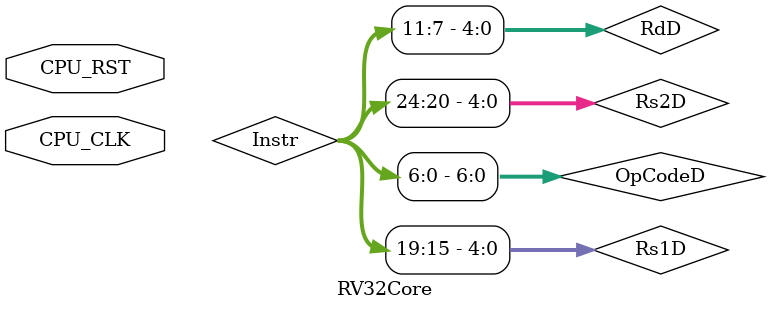
<source format=v>
`timescale 1ns / 1ps
module RV32Core(
    input wire CPU_CLK,
    input wire CPU_RST
);
	//wire values definitions
    wire StallF, FlushF, StallD, FlushD, StallE, FlushE, StallMW, FlushMW;
    wire [31:0] PC_In;
    wire [31:0] PCF;
    wire [31:0] Instr, PCD;
    wire JalD, JalrD, LoadNpcD, MemToRegD, AluSrc1D;
    wire [2:0] RegWriteD;
    wire [3:0] MemWriteD;
    wire [1:0] RegReadD;
    wire [2:0] BranchTypeD;
    wire [4:0] AluContrlD;
    wire [1:0] AluSrc2D;
    wire [2:0] RegWriteMW;
    wire [4:0] RdMW;
    wire [31:0] RegWriteData;
    wire [31:0] DM_RD_Ext;
    wire [2:0] ImmType;
    wire [31:0] ImmD;
    wire [31:0] JalNPC;
    wire [31:0] BrNPC; 
    wire [31:0] ImmE;
    wire [6:0] OpCodeD, Funct7D;
    wire [2:0] Funct3D;
    wire [4:0] Rs1D, Rs2D, RdD;
    wire [4:0] Rs1E, Rs2E, RdE;
    wire [31:0] RegOut1D;
    wire [31:0] RegOut1E;
    wire [31:0] RegOut2D;
    wire [31:0] RegOut2E;
    wire JalrE;
    wire [2:0] RegWriteE;
    wire MemToRegE;
    wire [3:0] MemWriteE;
    wire LoadNpcE;
    wire [1:0] RegReadE;
    wire [2:0] BranchTypeE;
    wire [3:0] AluContrlE;
    wire AluSrc1E;
    wire [1:0] AluSrc2E;
    wire [31:0] Operand1;
    wire [31:0] Operand2;
    wire BranchE;
    wire [31:0] AluOutE;
    wire [31:0] AluOutMW; 
    wire [31:0] ForwardData1;
    wire [31:0] ForwardData2;
    wire [31:0] PCE;
    wire [31:0] PCMW;
    wire [3:0] MemWriteM;
    wire LoadNpcMW;
    wire [31:0] DM_RD;
    wire [31:0] ResultMW;
    wire MemToRegMW;
    wire  Forward1E;
    wire  Forward2E;
    wire [1:0] LoadedBytesSelect;
    wire CacheMiss;
    //wire values assignments
    assign {Funct7D, Rs2D, Rs1D, Funct3D, RdD, OpCodeD} = Instr;
    assign JalNPC = ImmD + PCD;
    assign ForwardData1 = Forward1E ? (AluOutMW) : (RegOut1E);
    assign Operand1 = AluSrc1E ? PCE : ForwardData1;
    assign ForwardData2 = Forward2E ? (AluOutMW) : (RegOut2E);
    assign Operand2 = AluSrc2E[1] ? (ImmE) : (AluSrc2E[0] ? Rs2E : ForwardData2);
    assign ResultMW = LoadNpcMW ? (PCMW+4) : AluOutMW;
    assign RegWriteData = (~MemToRegMW) ? ResultMW : DM_RD_Ext;

    //Module connections
    // ---------------------------------------------
    // PC-IF
    // ---------------------------------------------
    NPC_Generator NPC_Generator1(
        .PCF(PCF),
        .JalrTarget(AluOutE), 
        .BranchTarget(BrNPC), 
        .JalTarget(JalNPC),
        .BranchE(BranchE),
        .JalD(JalD),
        .JalrE(JalrE),
        .PC_In(PC_In)
    );

    IFSegReg IFSegReg1(
        .clk(CPU_CLK),
        .en(~StallF),
        .clear(FlushF), 
        .PC_In(PC_In),
        .PCF(PCF)
    );

    // ---------------------------------------------
    // ID stage
    // ---------------------------------------------
    IDSegReg IDSegReg1(
        .clk(CPU_CLK),
        .rst(CPU_RST),
        .clear(FlushD),
        .en(~StallD),
        .A(PCF),
        .RD(Instr),
        .PCF(PCF),
        .PCD(PCD) 
    );

    ControlUnit ControlUnit1(
        .Op(OpCodeD),
        .Fn3(Funct3D),
        .Fn7(Funct7D),
        .JalD(JalD),
        .JalrD(JalrD),
        .RegWriteD(RegWriteD),
        .MemToRegD(MemToRegD),
        .MemWriteD(MemWriteD),
        .LoadNpcD(LoadNpcD),
        .RegReadD(RegReadD),
        .BranchTypeD(BranchTypeD),
        .AluContrlD(AluContrlD),
        .AluSrc1D(AluSrc1D),
        .AluSrc2D(AluSrc2D),
        .ImmType(ImmType)
    );

    ImmOperandUnit ImmOperandUnit1(
        .In(Instr[31:7]),
        .Type(ImmType),
        .Out(ImmD)
    );

    RegisterFile RegisterFile1(
        .clk(CPU_CLK),
        .rst(CPU_RST),
        .WE3(|RegWriteMW),
        .A1(Rs1D),
        .A2(Rs2D),
        .A3(RdMW),
        .WD3(RegWriteData),
        .RD1(RegOut1D),
        .RD2(RegOut2D)
    );

    // ---------------------------------------------
    // EX stage
    // ---------------------------------------------
    EXSegReg EXSegReg1(
        .clk(CPU_CLK),
        .en(~StallE),
        .clear(FlushE),
        .PCD(PCD),
        .PCE(PCE), 
        .JalNPC(JalNPC),
        .BrNPC(BrNPC), 
        .ImmD(ImmD),
        .ImmE(ImmE),
        .RdD(RdD),
        .RdE(RdE),
        .Rs1D(Rs1D),
        .Rs1E(Rs1E),
        .Rs2D(Rs2D),
        .Rs2E(Rs2E),
        .RegOut1D(RegOut1D),
        .RegOut1E(RegOut1E),
        .RegOut2D(RegOut2D),
        .RegOut2E(RegOut2E),
        .JalrD(JalrD),
        .JalrE(JalrE),
        .RegWriteD(RegWriteD),
        .RegWriteE(RegWriteE),
        .MemToRegD(MemToRegD),
        .MemToRegE(MemToRegE),
        .MemWriteD(MemWriteD),
        .MemWriteE(MemWriteE),
        .LoadNpcD(LoadNpcD),
        .LoadNpcE(LoadNpcE),
        .RegReadD(RegReadD),
        .RegReadE(RegReadE),
        .BranchTypeD(BranchTypeD),
        .BranchTypeE(BranchTypeE),
        .AluContrlD(AluContrlD),
        .AluContrlE(AluContrlE),
        .AluSrc1D(AluSrc1D),
        .AluSrc1E(AluSrc1E),
        .AluSrc2D(AluSrc2D),
        .AluSrc2E(AluSrc2E)
    ); 

    ALU ALU1(
        .Operand1(Operand1),
        .Operand2(Operand2),
        .AluContrl(AluContrlE),
        .AluOut(AluOutE)
    );

    BranchDecisionMaking BranchDecisionMaking1(
        .BranchTypeE(BranchTypeE),
        .Operand1(Operand1),
        .Operand2(Operand2),
        .BranchE(BranchE)
    );

    // ---------------------------------------------
    // MEM-WB stage
    // ---------------------------------------------
    MWSegReg MWSegReg1(
        .clk(CPU_CLK),
        .rst(CPU_RST),
        .en(~StallMW),
        .clear(FlushMW),
        .AluOutE(AluOutE),
        .AluOutMW(AluOutMW), 
        .ForwardData2(ForwardData2),
        .RdE(RdE),
        .RdMW(RdMW),
        .PCE(PCE),
        .PCMW(PCMW),
        .RegWriteE(RegWriteE),
        .RegWriteMW(RegWriteMW),
        .MemToRegE(MemToRegE),
        .MemWriteE(MemWriteE),
        .LoadNpcE(LoadNpcE),
        .LoadNpcMW(LoadNpcMW),
        .RD(DM_RD),
        .MemToRegMW(MemToRegMW),
        .CacheMiss(CacheMiss)
    );
    
    DataExt DataExt1(
        .IN(DM_RD),
        .LoadedBytesSelect(AluOutMW[1:0]),
        .RegWriteMW(RegWriteMW),
        .OUT(DM_RD_Ext)
    );
    
    // ---------------------------------------------
    // Harzard Unit
    // ---------------------------------------------
    HarzardUnit HarzardUnit1(
        .CpuRst(CPU_RST),
        .BranchE(BranchE),
        .JalrE(JalrE),
        .JalD(JalD),
        .Rs1D(Rs1D),
        .Rs2D(Rs2D),
        .Rs1E(Rs1E),
        .Rs2E(Rs2E),
        .RegReadE(RegReadE),
        .MemToRegE(MemToRegE),
        .RdE(RdE),
        .RdMW(RdMW),
        .RegWriteMW(RegWriteMW),
        .ICacheMiss(1'b0),
        .DCacheMiss(CacheMiss),
        .StallF(StallF),
        .FlushF(FlushF),
        .StallD(StallD),
        .FlushD(FlushD),
        .StallE(StallE),
        .FlushE(FlushE),
        .StallMW(StallMW),
        .FlushMW(FlushMW),
        .Forward1E(Forward1E),
        .Forward2E(Forward2E)
    );    
    	         
endmodule

//功能说明
    //RV32I 指令集CPU的顶层模块
//实验要求  
    //无需修改
</source>
